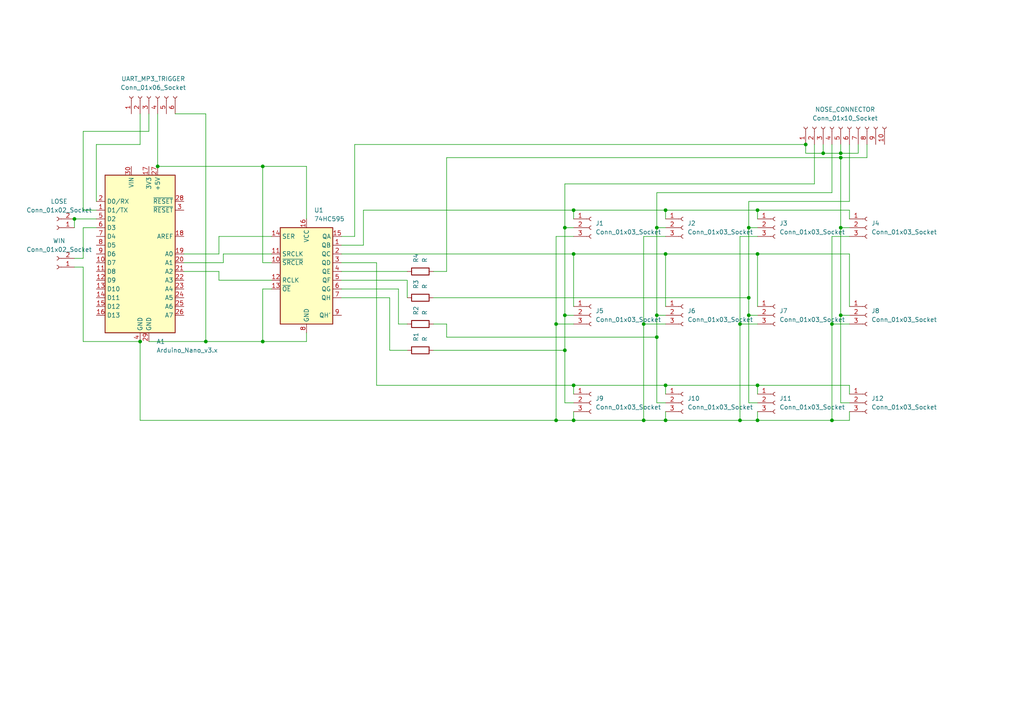
<source format=kicad_sch>
(kicad_sch (version 20230121) (generator eeschema)
  (paper "A4")
  (lib_symbols
    (symbol "74xx:74HC595"
      (property "Reference" "U" (at -7.62 13.97 0))
      (property "Value" "74HC595" (at -7.62 -16.51 0))
      (symbol "74HC595_1_0"
        (pin tri_state line (at 10.16 7.62 180) (length 2.54) (name "QB") (number "1"))
        (pin input line (at -10.16 2.54 0) (length 2.54) (name "~{SRCLR}") (number "10"))
        (pin input line (at -10.16 5.08 0) (length 2.54) (name "SRCLK") (number "11"))
        (pin input line (at -10.16 -2.54 0) (length 2.54) (name "RCLK") (number "12"))
        (pin input line (at -10.16 -5.08 0) (length 2.54) (name "~{OE}") (number "13"))
        (pin input line (at -10.16 10.16 0) (length 2.54) (name "SER") (number "14"))
        (pin tri_state line (at 10.16 10.16 180) (length 2.54) (name "QA") (number "15"))
        (pin power_in line (at 0 15.24 270) (length 2.54) (name "VCC") (number "16"))
        (pin tri_state line (at 10.16 5.08 180) (length 2.54) (name "QC") (number "2"))
        (pin tri_state line (at 10.16 2.54 180) (length 2.54) (name "QD") (number "3"))
        (pin tri_state line (at 10.16 0 180) (length 2.54) (name "QE") (number "4"))
        (pin tri_state line (at 10.16 -2.54 180) (length 2.54) (name "QF") (number "5"))
        (pin tri_state line (at 10.16 -5.08 180) (length 2.54) (name "QG") (number "6"))
        (pin tri_state line (at 10.16 -7.62 180) (length 2.54) (name "QH") (number "7"))
        (pin power_in line (at 0 -17.78 90) (length 2.54) (name "GND") (number "8"))
        (pin output line (at 10.16 -12.7 180) (length 2.54) (name "QH'") (number "9"))
      )
      (symbol "74HC595_1_1"
        (rectangle (start -7.62 12.7) (end 7.62 -15.24) (stroke (width 0.254)) (fill (type background)))
      )
    )
    (symbol "Connector:Conn_01x02_Socket" (pin_names (offset 1.016) hide)
      (property "Reference" "J" (at 0 2.54 0))
      (property "Value" "Conn_01x02_Socket" (at 0 -5.08 0))
      (symbol "Conn_01x02_Socket_1_1"
        (arc (start 0 -2.032) (mid -0.5058 -2.54) (end 0 -3.048) (stroke (width 0.1524)))
        (polyline (pts (xy -1.27 -2.54) (xy -0.508 -2.54)) (stroke (width 0.1524)))
        (polyline (pts (xy -1.27 0) (xy -0.508 0)) (stroke (width 0.1524)))
        (arc (start 0 0.508) (mid -0.5058 0) (end 0 -0.508) (stroke (width 0.1524)))
        (pin passive line (at -5.08 0 0) (length 3.81) (name "Pin_1") (number "1"))
        (pin passive line (at -5.08 -2.54 0) (length 3.81) (name "Pin_2") (number "2"))
      )
    )
    (symbol "Connector:Conn_01x03_Socket" (pin_names (offset 1.016) hide)
      (property "Reference" "J" (at 0 5.08 0))
      (property "Value" "Conn_01x03_Socket" (at 0 -5.08 0))
      (symbol "Conn_01x03_Socket_1_1"
        (arc (start 0 -2.032) (mid -0.5058 -2.54) (end 0 -3.048) (stroke (width 0.1524)))
        (polyline (pts (xy -1.27 -2.54) (xy -0.508 -2.54)) (stroke (width 0.1524)))
        (polyline (pts (xy -1.27 0) (xy -0.508 0)) (stroke (width 0.1524)))
        (polyline (pts (xy -1.27 2.54) (xy -0.508 2.54)) (stroke (width 0.1524)))
        (arc (start 0 0.508) (mid -0.5058 0) (end 0 -0.508) (stroke (width 0.1524)))
        (arc (start 0 3.048) (mid -0.5058 2.54) (end 0 2.032) (stroke (width 0.1524)))
        (pin passive line (at -5.08 2.54 0) (length 3.81) (name "Pin_1") (number "1"))
        (pin passive line (at -5.08 0 0) (length 3.81) (name "Pin_2") (number "2"))
        (pin passive line (at -5.08 -2.54 0) (length 3.81) (name "Pin_3") (number "3"))
      )
    )
    (symbol "Connector:Conn_01x06_Socket" (pin_names (offset 1.016) hide)
      (property "Reference" "J" (at 0 7.62 0))
      (property "Value" "Conn_01x06_Socket" (at 0 -10.16 0))
      (symbol "Conn_01x06_Socket_1_1"
        (arc (start 0 -7.112) (mid -0.5058 -7.62) (end 0 -8.128) (stroke (width 0.1524)))
        (arc (start 0 -4.572) (mid -0.5058 -5.08) (end 0 -5.588) (stroke (width 0.1524)))
        (arc (start 0 -2.032) (mid -0.5058 -2.54) (end 0 -3.048) (stroke (width 0.1524)))
        (polyline (pts (xy -1.27 -7.62) (xy -0.508 -7.62)) (stroke (width 0.1524)))
        (polyline (pts (xy -1.27 -5.08) (xy -0.508 -5.08)) (stroke (width 0.1524)))
        (polyline (pts (xy -1.27 -2.54) (xy -0.508 -2.54)) (stroke (width 0.1524)))
        (polyline (pts (xy -1.27 0) (xy -0.508 0)) (stroke (width 0.1524)))
        (polyline (pts (xy -1.27 2.54) (xy -0.508 2.54)) (stroke (width 0.1524)))
        (polyline (pts (xy -1.27 5.08) (xy -0.508 5.08)) (stroke (width 0.1524)))
        (arc (start 0 0.508) (mid -0.5058 0) (end 0 -0.508) (stroke (width 0.1524)))
        (arc (start 0 3.048) (mid -0.5058 2.54) (end 0 2.032) (stroke (width 0.1524)))
        (arc (start 0 5.588) (mid -0.5058 5.08) (end 0 4.572) (stroke (width 0.1524)))
        (pin passive line (at -5.08 5.08 0) (length 3.81) (name "Pin_1") (number "1"))
        (pin passive line (at -5.08 2.54 0) (length 3.81) (name "Pin_2") (number "2"))
        (pin passive line (at -5.08 0 0) (length 3.81) (name "Pin_3") (number "3"))
        (pin passive line (at -5.08 -2.54 0) (length 3.81) (name "Pin_4") (number "4"))
        (pin passive line (at -5.08 -5.08 0) (length 3.81) (name "Pin_5") (number "5"))
        (pin passive line (at -5.08 -7.62 0) (length 3.81) (name "Pin_6") (number "6"))
      )
    )
    (symbol "Connector:Conn_01x10_Socket" (pin_names (offset 1.016) hide)
      (property "Reference" "J" (at 0 12.7 0))
      (property "Value" "Conn_01x10_Socket" (at 0 -15.24 0))
      (symbol "Conn_01x10_Socket_1_1"
        (arc (start 0 -12.192) (mid -0.5058 -12.7) (end 0 -13.208) (stroke (width 0.1524)))
        (arc (start 0 -9.652) (mid -0.5058 -10.16) (end 0 -10.668) (stroke (width 0.1524)))
        (arc (start 0 -7.112) (mid -0.5058 -7.62) (end 0 -8.128) (stroke (width 0.1524)))
        (arc (start 0 -4.572) (mid -0.5058 -5.08) (end 0 -5.588) (stroke (width 0.1524)))
        (arc (start 0 -2.032) (mid -0.5058 -2.54) (end 0 -3.048) (stroke (width 0.1524)))
        (polyline (pts (xy -1.27 -12.7) (xy -0.508 -12.7)) (stroke (width 0.1524)))
        (polyline (pts (xy -1.27 -10.16) (xy -0.508 -10.16)) (stroke (width 0.1524)))
        (polyline (pts (xy -1.27 -7.62) (xy -0.508 -7.62)) (stroke (width 0.1524)))
        (polyline (pts (xy -1.27 -5.08) (xy -0.508 -5.08)) (stroke (width 0.1524)))
        (polyline (pts (xy -1.27 -2.54) (xy -0.508 -2.54)) (stroke (width 0.1524)))
        (polyline (pts (xy -1.27 0) (xy -0.508 0)) (stroke (width 0.1524)))
        (polyline (pts (xy -1.27 2.54) (xy -0.508 2.54)) (stroke (width 0.1524)))
        (polyline (pts (xy -1.27 5.08) (xy -0.508 5.08)) (stroke (width 0.1524)))
        (polyline (pts (xy -1.27 7.62) (xy -0.508 7.62)) (stroke (width 0.1524)))
        (polyline (pts (xy -1.27 10.16) (xy -0.508 10.16)) (stroke (width 0.1524)))
        (arc (start 0 0.508) (mid -0.5058 0) (end 0 -0.508) (stroke (width 0.1524)))
        (arc (start 0 3.048) (mid -0.5058 2.54) (end 0 2.032) (stroke (width 0.1524)))
        (arc (start 0 5.588) (mid -0.5058 5.08) (end 0 4.572) (stroke (width 0.1524)))
        (arc (start 0 8.128) (mid -0.5058 7.62) (end 0 7.112) (stroke (width 0.1524)))
        (arc (start 0 10.668) (mid -0.5058 10.16) (end 0 9.652) (stroke (width 0.1524)))
        (pin passive line (at -5.08 10.16 0) (length 3.81) (name "Pin_1") (number "1"))
        (pin passive line (at -5.08 -12.7 0) (length 3.81) (name "Pin_10") (number "10"))
        (pin passive line (at -5.08 7.62 0) (length 3.81) (name "Pin_2") (number "2"))
        (pin passive line (at -5.08 5.08 0) (length 3.81) (name "Pin_3") (number "3"))
        (pin passive line (at -5.08 2.54 0) (length 3.81) (name "Pin_4") (number "4"))
        (pin passive line (at -5.08 0 0) (length 3.81) (name "Pin_5") (number "5"))
        (pin passive line (at -5.08 -2.54 0) (length 3.81) (name "Pin_6") (number "6"))
        (pin passive line (at -5.08 -5.08 0) (length 3.81) (name "Pin_7") (number "7"))
        (pin passive line (at -5.08 -7.62 0) (length 3.81) (name "Pin_8") (number "8"))
        (pin passive line (at -5.08 -10.16 0) (length 3.81) (name "Pin_9") (number "9"))
      )
    )
    (symbol "Device:R" (pin_numbers hide) (pin_names (offset 0))
      (property "Reference" "R" (at 2.032 0 90))
      (property "Value" "R" (at 0 0 90))
      (symbol "R_0_1"
        (rectangle (start -1.016 -2.54) (end 1.016 2.54) (stroke (width 0.254)))
      )
      (symbol "R_1_1"
        (pin passive line (at 0 3.81 270) (length 1.27) (name "~") (number "1"))
        (pin passive line (at 0 -3.81 90) (length 1.27) (name "~") (number "2"))
      )
    )
    (symbol "MCU_Module:Arduino_Nano_v3.x"
      (property "Reference" "A" (at -10.16 23.495 0))
      (property "Value" "Arduino_Nano_v3.x" (at 5.08 -24.13 0))
      (symbol "Arduino_Nano_v3.x_0_1"
        (rectangle (start -10.16 22.86) (end 10.16 -22.86) (stroke (width 0.254)) (fill (type background)))
      )
      (symbol "Arduino_Nano_v3.x_1_1"
        (pin bidirectional line (at -12.7 12.7 0) (length 2.54) (name "D1/TX") (number "1"))
        (pin bidirectional line (at -12.7 -2.54 0) (length 2.54) (name "D7") (number "10"))
        (pin bidirectional line (at -12.7 -5.08 0) (length 2.54) (name "D8") (number "11"))
        (pin bidirectional line (at -12.7 -7.62 0) (length 2.54) (name "D9") (number "12"))
        (pin bidirectional line (at -12.7 -10.16 0) (length 2.54) (name "D10") (number "13"))
        (pin bidirectional line (at -12.7 -12.7 0) (length 2.54) (name "D11") (number "14"))
        (pin bidirectional line (at -12.7 -15.24 0) (length 2.54) (name "D12") (number "15"))
        (pin bidirectional line (at -12.7 -17.78 0) (length 2.54) (name "D13") (number "16"))
        (pin power_out line (at 2.54 25.4 270) (length 2.54) (name "3V3") (number "17"))
        (pin input line (at 12.7 5.08 180) (length 2.54) (name "AREF") (number "18"))
        (pin bidirectional line (at 12.7 0 180) (length 2.54) (name "A0") (number "19"))
        (pin bidirectional line (at -12.7 15.24 0) (length 2.54) (name "D0/RX") (number "2"))
        (pin bidirectional line (at 12.7 -2.54 180) (length 2.54) (name "A1") (number "20"))
        (pin bidirectional line (at 12.7 -5.08 180) (length 2.54) (name "A2") (number "21"))
        (pin bidirectional line (at 12.7 -7.62 180) (length 2.54) (name "A3") (number "22"))
        (pin bidirectional line (at 12.7 -10.16 180) (length 2.54) (name "A4") (number "23"))
        (pin bidirectional line (at 12.7 -12.7 180) (length 2.54) (name "A5") (number "24"))
        (pin bidirectional line (at 12.7 -15.24 180) (length 2.54) (name "A6") (number "25"))
        (pin bidirectional line (at 12.7 -17.78 180) (length 2.54) (name "A7") (number "26"))
        (pin power_out line (at 5.08 25.4 270) (length 2.54) (name "+5V") (number "27"))
        (pin input line (at 12.7 15.24 180) (length 2.54) (name "~{RESET}") (number "28"))
        (pin power_in line (at 2.54 -25.4 90) (length 2.54) (name "GND") (number "29"))
        (pin input line (at 12.7 12.7 180) (length 2.54) (name "~{RESET}") (number "3"))
        (pin power_in line (at -2.54 25.4 270) (length 2.54) (name "VIN") (number "30"))
        (pin power_in line (at 0 -25.4 90) (length 2.54) (name "GND") (number "4"))
        (pin bidirectional line (at -12.7 10.16 0) (length 2.54) (name "D2") (number "5"))
        (pin bidirectional line (at -12.7 7.62 0) (length 2.54) (name "D3") (number "6"))
        (pin bidirectional line (at -12.7 5.08 0) (length 2.54) (name "D4") (number "7"))
        (pin bidirectional line (at -12.7 2.54 0) (length 2.54) (name "D5") (number "8"))
        (pin bidirectional line (at -12.7 0 0) (length 2.54) (name "D6") (number "9"))
      )
    )
  )
  (junction (at 241.3 93.98))
  (junction (at 21.59 63.5))
  (junction (at 219.71 73.66))
  (junction (at 59.69 99.06))
  (junction (at 243.84 45.72))
  (junction (at 214.63 93.98))
  (junction (at 214.63 121.92))
  (junction (at 219.71 121.92))
  (junction (at 76.2 48.26))
  (junction (at 45.72 48.26))
  (junction (at 163.83 66.04))
  (junction (at 238.76 44.45))
  (junction (at 243.84 91.44))
  (junction (at 166.37 111.76))
  (junction (at 161.29 93.98))
  (junction (at 219.71 111.76))
  (junction (at 186.69 121.92))
  (junction (at 166.37 73.66))
  (junction (at 163.83 101.6))
  (junction (at 193.04 111.76))
  (junction (at 40.64 99.06))
  (junction (at 190.5 91.44))
  (junction (at 161.29 121.92))
  (junction (at 193.04 73.66))
  (junction (at 186.69 93.98))
  (junction (at 217.17 66.04))
  (junction (at 190.5 66.04))
  (junction (at 190.5 97.79))
  (junction (at 193.04 121.92))
  (junction (at 76.2 99.06))
  (junction (at 233.68 41.91))
  (junction (at 166.37 60.96))
  (junction (at 219.71 60.96))
  (junction (at 217.17 91.44))
  (junction (at 217.17 86.36))
  (junction (at 193.04 60.96))
  (junction (at 243.84 44.45))
  (junction (at 163.83 91.44))
  (junction (at 243.84 66.04))
  (junction (at 241.3 121.92))
  (junction (at 166.37 121.92))
  (wire (pts (xy 217.17 66.04) (xy 217.17 58.42)))
  (wire (pts (xy 21.59 63.5) (xy 21.59 66.04)))
  (wire (pts (xy 76.2 76.2) (xy 76.2 48.26)))
  (wire (pts (xy 236.22 53.34) (xy 236.22 41.91)))
  (wire (pts (xy 53.34 73.66) (xy 63.5 73.66)))
  (wire (pts (xy 161.29 121.92) (xy 166.37 121.92)))
  (wire (pts (xy 190.5 91.44) (xy 193.04 91.44)))
  (wire (pts (xy 163.83 101.6) (xy 163.83 116.84)))
  (wire (pts (xy 190.5 66.04) (xy 190.5 91.44)))
  (wire (pts (xy 193.04 114.3) (xy 193.04 111.76)))
  (wire (pts (xy 246.38 73.66) (xy 219.71 73.66)))
  (wire (pts (xy 88.9 48.26) (xy 76.2 48.26)))
  (wire (pts (xy 99.06 86.36) (xy 113.03 86.36)))
  (wire (pts (xy 190.5 55.88) (xy 241.3 55.88)))
  (wire (pts (xy 243.84 66.04) (xy 243.84 45.72)))
  (wire (pts (xy 102.87 41.91) (xy 233.68 41.91)))
  (wire (pts (xy 243.84 45.72) (xy 251.46 45.72)))
  (wire (pts (xy 63.5 78.74) (xy 63.5 81.28)))
  (wire (pts (xy 78.74 83.82) (xy 76.2 83.82)))
  (wire (pts (xy 40.64 41.91) (xy 40.64 33.02)))
  (wire (pts (xy 64.77 76.2) (xy 64.77 73.66)))
  (wire (pts (xy 163.83 53.34) (xy 236.22 53.34)))
  (wire (pts (xy 163.83 91.44) (xy 163.83 66.04)))
  (wire (pts (xy 21.59 63.5) (xy 27.94 63.5)))
  (wire (pts (xy 186.69 121.92) (xy 193.04 121.92)))
  (wire (pts (xy 115.57 93.98) (xy 118.11 93.98)))
  (wire (pts (xy 190.5 66.04) (xy 190.5 55.88)))
  (wire (pts (xy 24.13 66.04) (xy 27.94 66.04)))
  (wire (pts (xy 193.04 88.9) (xy 193.04 73.66)))
  (wire (pts (xy 129.54 45.72) (xy 243.84 45.72)))
  (wire (pts (xy 99.06 71.12) (xy 105.41 71.12)))
  (wire (pts (xy 53.34 78.74) (xy 63.5 78.74)))
  (wire (pts (xy 99.06 83.82) (xy 115.57 83.82)))
  (wire (pts (xy 102.87 68.58) (xy 102.87 41.91)))
  (wire (pts (xy 40.64 99.06) (xy 40.64 121.92)))
  (wire (pts (xy 161.29 121.92) (xy 161.29 93.98)))
  (wire (pts (xy 113.03 86.36) (xy 113.03 101.6)))
  (wire (pts (xy 193.04 116.84) (xy 190.5 116.84)))
  (wire (pts (xy 88.9 63.5) (xy 88.9 48.26)))
  (wire (pts (xy 233.68 44.45) (xy 238.76 44.45)))
  (wire (pts (xy 118.11 81.28) (xy 118.11 86.36)))
  (wire (pts (xy 246.38 91.44) (xy 243.84 91.44)))
  (wire (pts (xy 238.76 44.45) (xy 238.76 41.91)))
  (wire (pts (xy 166.37 60.96) (xy 166.37 63.5)))
  (wire (pts (xy 214.63 121.92) (xy 214.63 93.98)))
  (wire (pts (xy 246.38 111.76) (xy 219.71 111.76)))
  (wire (pts (xy 27.94 41.91) (xy 40.64 41.91)))
  (wire (pts (xy 219.71 116.84) (xy 217.17 116.84)))
  (wire (pts (xy 190.5 116.84) (xy 190.5 97.79)))
  (wire (pts (xy 50.8 33.02) (xy 59.69 33.02)))
  (wire (pts (xy 219.71 111.76) (xy 193.04 111.76)))
  (wire (pts (xy 166.37 121.92) (xy 166.37 119.38)))
  (wire (pts (xy 76.2 48.26) (xy 45.72 48.26)))
  (wire (pts (xy 161.29 68.58) (xy 166.37 68.58)))
  (wire (pts (xy 88.9 99.06) (xy 88.9 96.52)))
  (wire (pts (xy 43.18 99.06) (xy 59.69 99.06)))
  (wire (pts (xy 163.83 66.04) (xy 166.37 66.04)))
  (wire (pts (xy 217.17 66.04) (xy 219.71 66.04)))
  (wire (pts (xy 241.3 55.88) (xy 241.3 41.91)))
  (wire (pts (xy 113.03 101.6) (xy 118.11 101.6)))
  (wire (pts (xy 186.69 93.98) (xy 186.69 68.58)))
  (wire (pts (xy 186.69 121.92) (xy 186.69 93.98)))
  (wire (pts (xy 21.59 77.47) (xy 24.13 77.47)))
  (wire (pts (xy 125.73 93.98) (xy 129.54 93.98)))
  (wire (pts (xy 163.83 116.84) (xy 166.37 116.84)))
  (wire (pts (xy 214.63 121.92) (xy 219.71 121.92)))
  (wire (pts (xy 105.41 60.96) (xy 166.37 60.96)))
  (wire (pts (xy 251.46 45.72) (xy 251.46 41.91)))
  (wire (pts (xy 45.72 33.02) (xy 45.72 48.26)))
  (wire (pts (xy 243.84 116.84) (xy 243.84 91.44)))
  (wire (pts (xy 219.71 60.96) (xy 246.38 60.96)))
  (wire (pts (xy 217.17 91.44) (xy 219.71 91.44)))
  (wire (pts (xy 214.63 93.98) (xy 214.63 68.58)))
  (wire (pts (xy 21.59 74.93) (xy 24.13 74.93)))
  (wire (pts (xy 241.3 68.58) (xy 246.38 68.58)))
  (wire (pts (xy 241.3 121.92) (xy 246.38 121.92)))
  (wire (pts (xy 24.13 74.93) (xy 24.13 66.04)))
  (wire (pts (xy 243.84 91.44) (xy 243.84 66.04)))
  (wire (pts (xy 193.04 121.92) (xy 193.04 119.38)))
  (wire (pts (xy 217.17 58.42) (xy 246.38 58.42)))
  (wire (pts (xy 109.22 111.76) (xy 166.37 111.76)))
  (wire (pts (xy 99.06 81.28) (xy 118.11 81.28)))
  (wire (pts (xy 186.69 93.98) (xy 193.04 93.98)))
  (wire (pts (xy 129.54 93.98) (xy 129.54 97.79)))
  (wire (pts (xy 166.37 121.92) (xy 186.69 121.92)))
  (wire (pts (xy 219.71 73.66) (xy 193.04 73.66)))
  (wire (pts (xy 24.13 60.96) (xy 24.13 38.1)))
  (wire (pts (xy 193.04 60.96) (xy 166.37 60.96)))
  (wire (pts (xy 193.04 73.66) (xy 166.37 73.66)))
  (wire (pts (xy 64.77 73.66) (xy 78.74 73.66)))
  (wire (pts (xy 241.3 93.98) (xy 246.38 93.98)))
  (wire (pts (xy 246.38 58.42) (xy 246.38 41.91)))
  (wire (pts (xy 163.83 101.6) (xy 163.83 91.44)))
  (wire (pts (xy 193.04 121.92) (xy 214.63 121.92)))
  (wire (pts (xy 214.63 68.58) (xy 219.71 68.58)))
  (wire (pts (xy 243.84 41.91) (xy 243.84 44.45)))
  (wire (pts (xy 241.3 121.92) (xy 241.3 93.98)))
  (wire (pts (xy 109.22 76.2) (xy 109.22 111.76)))
  (wire (pts (xy 166.37 111.76) (xy 166.37 114.3)))
  (wire (pts (xy 27.94 58.42) (xy 27.94 41.91)))
  (wire (pts (xy 59.69 99.06) (xy 76.2 99.06)))
  (wire (pts (xy 129.54 97.79) (xy 190.5 97.79)))
  (wire (pts (xy 193.04 63.5) (xy 193.04 60.96)))
  (wire (pts (xy 63.5 68.58) (xy 78.74 68.58)))
  (wire (pts (xy 217.17 86.36) (xy 217.17 66.04)))
  (wire (pts (xy 193.04 60.96) (xy 219.71 60.96)))
  (wire (pts (xy 246.38 88.9) (xy 246.38 73.66)))
  (wire (pts (xy 246.38 116.84) (xy 243.84 116.84)))
  (wire (pts (xy 27.94 60.96) (xy 24.13 60.96)))
  (wire (pts (xy 219.71 88.9) (xy 219.71 73.66)))
  (wire (pts (xy 99.06 73.66) (xy 166.37 73.66)))
  (wire (pts (xy 246.38 66.04) (xy 243.84 66.04)))
  (wire (pts (xy 99.06 68.58) (xy 102.87 68.58)))
  (wire (pts (xy 105.41 71.12) (xy 105.41 60.96)))
  (wire (pts (xy 125.73 101.6) (xy 163.83 101.6)))
  (wire (pts (xy 161.29 93.98) (xy 166.37 93.98)))
  (wire (pts (xy 125.73 86.36) (xy 217.17 86.36)))
  (wire (pts (xy 53.34 76.2) (xy 64.77 76.2)))
  (wire (pts (xy 99.06 76.2) (xy 109.22 76.2)))
  (wire (pts (xy 243.84 44.45) (xy 238.76 44.45)))
  (wire (pts (xy 115.57 83.82) (xy 115.57 93.98)))
  (wire (pts (xy 193.04 111.76) (xy 166.37 111.76)))
  (wire (pts (xy 63.5 81.28) (xy 78.74 81.28)))
  (wire (pts (xy 24.13 99.06) (xy 40.64 99.06)))
  (wire (pts (xy 125.73 78.74) (xy 129.54 78.74)))
  (wire (pts (xy 217.17 86.36) (xy 217.17 91.44)))
  (wire (pts (xy 186.69 68.58) (xy 193.04 68.58)))
  (wire (pts (xy 233.68 41.91) (xy 233.68 44.45)))
  (wire (pts (xy 217.17 116.84) (xy 217.17 91.44)))
  (wire (pts (xy 219.71 114.3) (xy 219.71 111.76)))
  (wire (pts (xy 246.38 63.5) (xy 246.38 60.96)))
  (wire (pts (xy 166.37 73.66) (xy 166.37 88.9)))
  (wire (pts (xy 59.69 33.02) (xy 59.69 99.06)))
  (wire (pts (xy 190.5 97.79) (xy 190.5 91.44)))
  (wire (pts (xy 40.64 121.92) (xy 161.29 121.92)))
  (wire (pts (xy 248.92 41.91) (xy 248.92 44.45)))
  (wire (pts (xy 219.71 121.92) (xy 219.71 119.38)))
  (wire (pts (xy 76.2 83.82) (xy 76.2 99.06)))
  (wire (pts (xy 43.18 38.1) (xy 43.18 33.02)))
  (wire (pts (xy 219.71 121.92) (xy 241.3 121.92)))
  (wire (pts (xy 246.38 114.3) (xy 246.38 111.76)))
  (wire (pts (xy 78.74 76.2) (xy 76.2 76.2)))
  (wire (pts (xy 241.3 93.98) (xy 241.3 68.58)))
  (wire (pts (xy 76.2 99.06) (xy 88.9 99.06)))
  (wire (pts (xy 129.54 78.74) (xy 129.54 45.72)))
  (wire (pts (xy 193.04 66.04) (xy 190.5 66.04)))
  (wire (pts (xy 163.83 66.04) (xy 163.83 53.34)))
  (wire (pts (xy 161.29 93.98) (xy 161.29 68.58)))
  (wire (pts (xy 63.5 73.66) (xy 63.5 68.58)))
  (wire (pts (xy 219.71 63.5) (xy 219.71 60.96)))
  (wire (pts (xy 24.13 77.47) (xy 24.13 99.06)))
  (wire (pts (xy 246.38 121.92) (xy 246.38 119.38)))
  (wire (pts (xy 248.92 44.45) (xy 243.84 44.45)))
  (wire (pts (xy 214.63 93.98) (xy 219.71 93.98)))
  (wire (pts (xy 99.06 78.74) (xy 118.11 78.74)))
  (wire (pts (xy 24.13 38.1) (xy 43.18 38.1)))
  (wire (pts (xy 163.83 91.44) (xy 166.37 91.44)))
  (symbol (lib_id "Connector:Conn_01x10_Socket") (at 243.84 36.83 90) (unit 1)
    (property "Reference" "NOSE_CONNECTOR" (at 245.11 31.75 90))
    (property "Value" "Conn_01x10_Socket" (at 245.11 34.29 90))
    (property "Footprint" "Connector_JST:JST_XH_B10B-XH-A_1x10_P2.50mm_Vertical" (effects hide))
  )
  (symbol (lib_id "Connector:Conn_01x03_Socket") (at 251.46 66.04 0) (unit 1)
    (property "Reference" "J4" (at 252.73 64.77 0) (effects (justify left)))
    (property "Value" "Conn_01x03_Socket" (at 252.73 67.31 0) (effects (justify left)))
    (property "Footprint" "Connector_JST:JST_XH_B3B-XH-A_1x03_P2.50mm_Vertical" (effects hide))
  )
  (symbol (lib_id "Connector:Conn_01x03_Socket") (at 171.45 116.84 0) (unit 1)
    (property "Reference" "J9" (at 172.72 115.57 0) (effects (justify left)))
    (property "Value" "Conn_01x03_Socket" (at 172.72 118.11 0) (effects (justify left)))
    (property "Footprint" "Connector_JST:JST_XH_B3B-XH-A_1x03_P2.50mm_Vertical" (effects hide))
  )
  (symbol (lib_id "Connector:Conn_01x06_Socket") (at 43.18 27.94 90) (unit 1)
    (property "Reference" "UART_MP3_TRIGGER" (at 44.45 22.86 90))
    (property "Value" "Conn_01x06_Socket" (at 44.45 25.4 90))
    (property "Footprint" "Connector_PinHeader_2.54mm:PinHeader_1x06_P2.54mm_Vertical" (effects hide))
  )
  (symbol (lib_id "Connector:Conn_01x03_Socket") (at 171.45 66.04 0) (unit 1)
    (property "Reference" "J1" (at 172.72 64.77 0) (effects (justify left)))
    (property "Value" "Conn_01x03_Socket" (at 172.72 67.31 0) (effects (justify left)))
    (property "Footprint" "Connector_JST:JST_XH_B3B-XH-A_1x03_P2.50mm_Vertical" (effects hide))
  )
  (symbol (lib_id "Connector:Conn_01x02_Socket") (at 16.51 66.04 180) (unit 1)
    (property "Reference" "LOSE" (at 17.145 58.42 0))
    (property "Value" "Conn_01x02_Socket" (at 17.145 60.96 0))
    (property "Footprint" "Connector_PinHeader_2.54mm:PinHeader_1x02_P2.54mm_Vertical" (effects hide))
  )
  (symbol (lib_id "Connector:Conn_01x03_Socket") (at 198.12 66.04 0) (unit 1)
    (property "Reference" "J2" (at 199.39 64.77 0) (effects (justify left)))
    (property "Value" "Conn_01x03_Socket" (at 199.39 67.31 0) (effects (justify left)))
    (property "Footprint" "Connector_JST:JST_XH_B3B-XH-A_1x03_P2.50mm_Vertical" (effects hide))
  )
  (symbol (lib_id "Connector:Conn_01x03_Socket") (at 171.45 91.44 0) (unit 1)
    (property "Reference" "J5" (at 172.72 90.17 0) (effects (justify left)))
    (property "Value" "Conn_01x03_Socket" (at 172.72 92.71 0) (effects (justify left)))
    (property "Footprint" "Connector_JST:JST_XH_B3B-XH-A_1x03_P2.50mm_Vertical" (effects hide))
  )
  (symbol (lib_id "MCU_Module:Arduino_Nano_v3.x") (at 40.64 73.66 0) (unit 1)
    (property "Reference" "A1" (at 45.3741 99.06 0) (effects (justify left)))
    (property "Value" "Arduino_Nano_v3.x" (at 45.3741 101.6 0) (effects (justify left)))
    (property "Footprint" "Module:Arduino_Nano" (effects hide))
    (property "Datasheet" "http://www.mouser.com/pdfdocs/Gravitech_Arduino_Nano3_0.pdf" (effects hide))
  )
  (symbol (lib_id "Device:R") (at 121.92 93.98 270) (unit 1)
    (property "Reference" "R2" (at 120.65 91.44 0) (effects (justify right)))
    (property "Value" "R" (at 123.19 91.44 0) (effects (justify right)))
    (property "Footprint" "Resistor_THT:R_Axial_DIN0309_L9.0mm_D3.2mm_P2.54mm_Vertical" (effects hide))
  )
  (symbol (lib_id "Connector:Conn_01x02_Socket") (at 16.51 77.47 180) (unit 1)
    (property "Reference" "WIN" (at 17.145 69.85 0))
    (property "Value" "Conn_01x02_Socket" (at 17.145 72.39 0))
    (property "Footprint" "Connector_PinHeader_2.54mm:PinHeader_1x02_P2.54mm_Vertical" (effects hide))
  )
  (symbol (lib_id "Device:R") (at 121.92 78.74 270) (unit 1)
    (property "Reference" "R4" (at 120.65 76.2 0) (effects (justify right)))
    (property "Value" "R" (at 123.19 76.2 0) (effects (justify right)))
    (property "Footprint" "Resistor_THT:R_Axial_DIN0309_L9.0mm_D3.2mm_P2.54mm_Vertical" (effects hide))
  )
  (symbol (lib_id "Connector:Conn_01x03_Socket") (at 198.12 91.44 0) (unit 1)
    (property "Reference" "J6" (at 199.39 90.17 0) (effects (justify left)))
    (property "Value" "Conn_01x03_Socket" (at 199.39 92.71 0) (effects (justify left)))
    (property "Footprint" "Connector_JST:JST_XH_B3B-XH-A_1x03_P2.50mm_Vertical" (effects hide))
  )
  (symbol (lib_id "74xx:74HC595") (at 88.9 78.74 0) (unit 1)
    (property "Reference" "U1" (at 91.0941 60.96 0) (effects (justify left)))
    (property "Value" "74HC595" (at 91.0941 63.5 0) (effects (justify left)))
    (property "Footprint" "Package_DIP:DIP-16_W7.62mm_Socket" (effects hide))
    (property "Datasheet" "http://www.ti.com/lit/ds/symlink/sn74hc595.pdf" (effects hide))
  )
  (symbol (lib_id "Connector:Conn_01x03_Socket") (at 224.79 66.04 0) (unit 1)
    (property "Reference" "J3" (at 226.06 64.77 0) (effects (justify left)))
    (property "Value" "Conn_01x03_Socket" (at 226.06 67.31 0) (effects (justify left)))
    (property "Footprint" "Connector_JST:JST_XH_B3B-XH-A_1x03_P2.50mm_Vertical" (effects hide))
  )
  (symbol (lib_id "Connector:Conn_01x03_Socket") (at 251.46 91.44 0) (unit 1)
    (property "Reference" "J8" (at 252.73 90.17 0) (effects (justify left)))
    (property "Value" "Conn_01x03_Socket" (at 252.73 92.71 0) (effects (justify left)))
    (property "Footprint" "Connector_JST:JST_XH_B3B-XH-A_1x03_P2.50mm_Vertical" (effects hide))
  )
  (symbol (lib_id "Connector:Conn_01x03_Socket") (at 224.79 91.44 0) (unit 1)
    (property "Reference" "J7" (at 226.06 90.17 0) (effects (justify left)))
    (property "Value" "Conn_01x03_Socket" (at 226.06 92.71 0) (effects (justify left)))
    (property "Footprint" "Connector_JST:JST_XH_B3B-XH-A_1x03_P2.50mm_Vertical" (effects hide))
  )
  (symbol (lib_id "Connector:Conn_01x03_Socket") (at 198.12 116.84 0) (unit 1)
    (property "Reference" "J10" (at 199.39 115.57 0) (effects (justify left)))
    (property "Value" "Conn_01x03_Socket" (at 199.39 118.11 0) (effects (justify left)))
    (property "Footprint" "Connector_JST:JST_XH_B3B-XH-A_1x03_P2.50mm_Vertical" (effects hide))
  )
  (symbol (lib_id "Device:R") (at 121.92 101.6 270) (unit 1)
    (property "Reference" "R1" (at 120.65 99.06 0) (effects (justify right)))
    (property "Value" "R" (at 123.19 99.06 0) (effects (justify right)))
    (property "Footprint" "Resistor_THT:R_Axial_DIN0309_L9.0mm_D3.2mm_P2.54mm_Vertical" (effects hide))
  )
  (symbol (lib_id "Connector:Conn_01x03_Socket") (at 224.79 116.84 0) (unit 1)
    (property "Reference" "J11" (at 226.06 115.57 0) (effects (justify left)))
    (property "Value" "Conn_01x03_Socket" (at 226.06 118.11 0) (effects (justify left)))
    (property "Footprint" "Connector_JST:JST_XH_B3B-XH-A_1x03_P2.50mm_Vertical" (effects hide))
  )
  (symbol (lib_id "Connector:Conn_01x03_Socket") (at 251.46 116.84 0) (unit 1)
    (property "Reference" "J12" (at 252.73 115.57 0) (effects (justify left)))
    (property "Value" "Conn_01x03_Socket" (at 252.73 118.11 0) (effects (justify left)))
    (property "Footprint" "Connector_JST:JST_XH_B3B-XH-A_1x03_P2.50mm_Vertical" (effects hide))
  )
  (symbol (lib_id "Device:R") (at 121.92 86.36 270) (unit 1)
    (property "Reference" "R3" (at 120.65 83.82 0) (effects (justify right)))
    (property "Value" "R" (at 123.19 83.82 0) (effects (justify right)))
    (property "Footprint" "Resistor_THT:R_Axial_DIN0309_L9.0mm_D3.2mm_P2.54mm_Vertical" (effects hide))
  )
)
</source>
